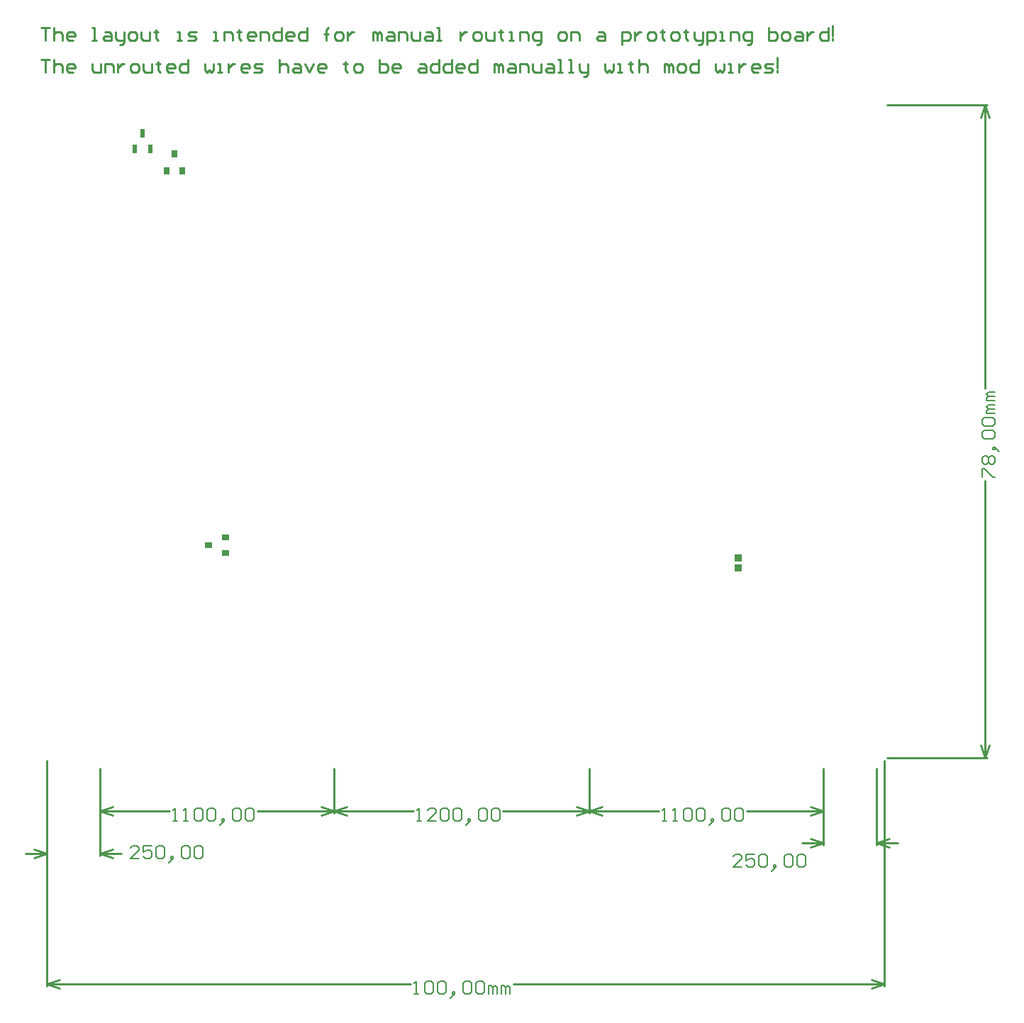
<source format=gbp>
G04 Layer_Color=16770453*
%FSLAX25Y25*%
%MOIN*%
G70*
G01*
G75*
%ADD14C,0.01000*%
%ADD15C,0.00600*%
%ADD37R,0.03543X0.03347*%
%ADD38R,0.02362X0.04331*%
%ADD39R,0.03150X0.03543*%
%ADD40R,0.03543X0.03150*%
D14*
X491201Y822199D02*
X495199Y822199D01*
X493200Y822199D01*
X493200Y816201D01*
X497199Y822199D02*
X497199Y816201D01*
X497199Y819200D01*
X498199Y820199D01*
X500198Y820199D01*
X501198Y819200D01*
X501198Y816201D01*
X506196Y816201D02*
X504197Y816201D01*
X503197Y817200D01*
X503197Y819200D01*
X504197Y820199D01*
X506196Y820199D01*
X507196Y819200D01*
X507196Y818200D01*
X503197Y818200D01*
X515193Y820199D02*
X515193Y817200D01*
X516193Y816201D01*
X519192Y816201D01*
X519192Y820199D01*
X521191Y816201D02*
X521191Y820199D01*
X524190Y820199D01*
X525190Y819200D01*
X525190Y816201D01*
X527189Y820199D02*
X527189Y816201D01*
X527189Y818200D01*
X528189Y819200D01*
X529188Y820199D01*
X530188Y820199D01*
X534187Y816201D02*
X536186Y816201D01*
X537186Y817200D01*
X537186Y819200D01*
X536186Y820199D01*
X534187Y820199D01*
X533187Y819200D01*
X533187Y817200D01*
X534187Y816201D01*
X539185Y820199D02*
X539185Y817200D01*
X540185Y816201D01*
X543184Y816201D01*
X543184Y820199D01*
X546183Y821199D02*
X546183Y820199D01*
X545183Y820199D01*
X547183Y820199D01*
X546183Y820199D01*
X546183Y817200D01*
X547183Y816201D01*
X553181Y816201D02*
X551181Y816201D01*
X550182Y817200D01*
X550182Y819200D01*
X551181Y820199D01*
X553181Y820199D01*
X554180Y819200D01*
X554180Y818200D01*
X550182Y818200D01*
X560179Y822199D02*
X560179Y816201D01*
X557179Y816201D01*
X556180Y817200D01*
X556180Y819200D01*
X557179Y820199D01*
X560179Y820199D01*
X568176Y820199D02*
X568176Y817200D01*
X569176Y816201D01*
X570175Y817200D01*
X571175Y816201D01*
X572175Y817200D01*
X572175Y820199D01*
X574174Y816201D02*
X576173Y816201D01*
X575174Y816201D01*
X575174Y820199D01*
X574174Y820199D01*
X579172Y820199D02*
X579172Y816201D01*
X579172Y818200D01*
X580172Y819200D01*
X581172Y820199D01*
X582171Y820199D01*
X588169Y816201D02*
X586170Y816201D01*
X585170Y817200D01*
X585170Y819200D01*
X586170Y820199D01*
X588169Y820199D01*
X589169Y819200D01*
X589169Y818200D01*
X585170Y818200D01*
X591168Y816201D02*
X594168Y816201D01*
X595167Y817200D01*
X594168Y818200D01*
X592168Y818200D01*
X591168Y819200D01*
X592168Y820199D01*
X595167Y820199D01*
X603165Y822199D02*
X603165Y816201D01*
X603165Y819200D01*
X604164Y820199D01*
X606164Y820199D01*
X607163Y819200D01*
X607163Y816201D01*
X610162Y820199D02*
X612162Y820199D01*
X613161Y819200D01*
X613161Y816201D01*
X610162Y816201D01*
X609163Y817200D01*
X610162Y818200D01*
X613161Y818200D01*
X615161Y820199D02*
X617160Y816201D01*
X619159Y820199D01*
X624158Y816201D02*
X622158Y816201D01*
X621159Y817200D01*
X621159Y819200D01*
X622158Y820199D01*
X624158Y820199D01*
X625157Y819200D01*
X625157Y818200D01*
X621159Y818200D01*
X634155Y821199D02*
X634155Y820199D01*
X633155Y820199D01*
X635154Y820199D01*
X634155Y820199D01*
X634155Y817200D01*
X635154Y816201D01*
X639153Y816201D02*
X641152Y816201D01*
X642152Y817200D01*
X642152Y819200D01*
X641152Y820199D01*
X639153Y820199D01*
X638153Y819200D01*
X638153Y817200D01*
X639153Y816201D01*
X650149Y822199D02*
X650149Y816201D01*
X653148Y816201D01*
X654148Y817200D01*
X654148Y818200D01*
X654148Y819200D01*
X653148Y820199D01*
X650149Y820199D01*
X659146Y816201D02*
X657147Y816201D01*
X656147Y817200D01*
X656147Y819200D01*
X657147Y820199D01*
X659146Y820199D01*
X660146Y819200D01*
X660146Y818200D01*
X656147Y818200D01*
X669143Y820199D02*
X671143Y820199D01*
X672142Y819200D01*
X672142Y816201D01*
X669143Y816201D01*
X668144Y817200D01*
X669143Y818200D01*
X672142Y818200D01*
X678140Y822199D02*
X678140Y816201D01*
X675141Y816201D01*
X674142Y817200D01*
X674142Y819200D01*
X675141Y820199D01*
X678140Y820199D01*
X684138Y822199D02*
X684138Y816201D01*
X681139Y816201D01*
X680140Y817200D01*
X680140Y819200D01*
X681139Y820199D01*
X684138Y820199D01*
X689137Y816201D02*
X687137Y816201D01*
X686138Y817200D01*
X686138Y819200D01*
X687137Y820199D01*
X689137Y820199D01*
X690136Y819200D01*
X690136Y818200D01*
X686138Y818200D01*
X696135Y822199D02*
X696135Y816201D01*
X693135Y816201D01*
X692136Y817200D01*
X692136Y819200D01*
X693135Y820199D01*
X696135Y820199D01*
X704132Y816201D02*
X704132Y820199D01*
X705132Y820199D01*
X706131Y819200D01*
X706131Y816201D01*
X706131Y819200D01*
X707131Y820199D01*
X708131Y819200D01*
X708131Y816201D01*
X711130Y820199D02*
X713129Y820199D01*
X714129Y819200D01*
X714129Y816201D01*
X711130Y816201D01*
X710130Y817200D01*
X711130Y818200D01*
X714129Y818200D01*
X716128Y816201D02*
X716128Y820199D01*
X719127Y820199D01*
X720127Y819200D01*
X720127Y816201D01*
X722126Y820199D02*
X722126Y817200D01*
X723126Y816201D01*
X726125Y816201D01*
X726125Y820199D01*
X729124Y820199D02*
X731123Y820199D01*
X732123Y819200D01*
X732123Y816201D01*
X729124Y816201D01*
X728124Y817200D01*
X729124Y818200D01*
X732123Y818200D01*
X734122Y816201D02*
X736122Y816201D01*
X735122Y816201D01*
X735122Y822199D01*
X734122Y822199D01*
X739121Y816201D02*
X741120Y816201D01*
X740120Y816201D01*
X740120Y822199D01*
X739121Y822199D01*
X744119Y820199D02*
X744119Y817200D01*
X745119Y816201D01*
X748118Y816201D01*
X748118Y815201D01*
X747118Y814201D01*
X746118Y814201D01*
X748118Y816201D02*
X748118Y820199D01*
X756115Y820199D02*
X756115Y817200D01*
X757115Y816201D01*
X758114Y817200D01*
X759114Y816201D01*
X760114Y817200D01*
X760114Y820199D01*
X762113Y816201D02*
X764113Y816201D01*
X763113Y816201D01*
X763113Y820199D01*
X762113Y820199D01*
X768111Y821199D02*
X768111Y820199D01*
X767111Y820199D01*
X769111Y820199D01*
X768111Y820199D01*
X768111Y817200D01*
X769111Y816201D01*
X772110Y822199D02*
X772110Y816201D01*
X772110Y819200D01*
X773110Y820199D01*
X775109Y820199D01*
X776109Y819200D01*
X776109Y816201D01*
X784106Y816201D02*
X784106Y820199D01*
X785106Y820199D01*
X786105Y819200D01*
X786105Y816201D01*
X786105Y819200D01*
X787105Y820199D01*
X788105Y819200D01*
X788105Y816201D01*
X791104Y816201D02*
X793103Y816201D01*
X794103Y817200D01*
X794103Y819200D01*
X793103Y820199D01*
X791104Y820199D01*
X790104Y819200D01*
X790104Y817200D01*
X791104Y816201D01*
X800101Y822199D02*
X800101Y816201D01*
X797102Y816201D01*
X796102Y817200D01*
X796102Y819200D01*
X797102Y820199D01*
X800101Y820199D01*
X808098Y820199D02*
X808098Y817200D01*
X809098Y816201D01*
X810098Y817200D01*
X811097Y816201D01*
X812097Y817200D01*
X812097Y820199D01*
X814096Y816201D02*
X816096Y816201D01*
X815096Y816201D01*
X815096Y820199D01*
X814096Y820199D01*
X819095Y820199D02*
X819095Y816201D01*
X819095Y818200D01*
X820094Y819200D01*
X821094Y820199D01*
X822094Y820199D01*
X828092Y816201D02*
X826092Y816201D01*
X825093Y817200D01*
X825093Y819200D01*
X826092Y820199D01*
X828092Y820199D01*
X829091Y819200D01*
X829091Y818200D01*
X825093Y818200D01*
X831091Y816201D02*
X834090Y816201D01*
X835089Y817200D01*
X834090Y818200D01*
X832090Y818200D01*
X831091Y819200D01*
X832090Y820199D01*
X835089Y820199D01*
X837089Y818200D02*
X837089Y823199D01*
X837089Y817200D02*
X837089Y816201D01*
X491201Y837199D02*
X495199Y837199D01*
X493200Y837199D01*
X493200Y831201D01*
X497199Y837199D02*
X497199Y831201D01*
X497199Y834200D01*
X498199Y835200D01*
X500198Y835200D01*
X501198Y834200D01*
X501198Y831201D01*
X506196Y831201D02*
X504197Y831201D01*
X503197Y832201D01*
X503197Y834200D01*
X504197Y835200D01*
X506196Y835200D01*
X507196Y834200D01*
X507196Y833200D01*
X503197Y833200D01*
X515193Y831201D02*
X517192Y831201D01*
X516193Y831201D01*
X516193Y837199D01*
X515193Y837199D01*
X521191Y835200D02*
X523190Y835200D01*
X524190Y834200D01*
X524190Y831201D01*
X521191Y831201D01*
X520191Y832201D01*
X521191Y833200D01*
X524190Y833200D01*
X526190Y835200D02*
X526190Y832201D01*
X527189Y831201D01*
X530188Y831201D01*
X530188Y830201D01*
X529188Y829201D01*
X528189Y829201D01*
X530188Y831201D02*
X530188Y835200D01*
X533187Y831201D02*
X535187Y831201D01*
X536186Y832201D01*
X536186Y834200D01*
X535187Y835200D01*
X533187Y835200D01*
X532188Y834200D01*
X532188Y832201D01*
X533187Y831201D01*
X538186Y835200D02*
X538186Y832201D01*
X539185Y831201D01*
X542184Y831201D01*
X542184Y835200D01*
X545183Y836199D02*
X545183Y835200D01*
X544184Y835200D01*
X546183Y835200D01*
X545183Y835200D01*
X545183Y832201D01*
X546183Y831201D01*
X555180Y831201D02*
X557179Y831201D01*
X556180Y831201D01*
X556180Y835200D01*
X555180Y835200D01*
X560179Y831201D02*
X563177Y831201D01*
X564177Y832201D01*
X563177Y833200D01*
X561178Y833200D01*
X560179Y834200D01*
X561178Y835200D01*
X564177Y835200D01*
X572175Y831201D02*
X574174Y831201D01*
X573174Y831201D01*
X573174Y835200D01*
X572175Y835200D01*
X577173Y831201D02*
X577173Y835200D01*
X580172Y835200D01*
X581172Y834200D01*
X581172Y831201D01*
X584171Y836199D02*
X584171Y835200D01*
X583171Y835200D01*
X585170Y835200D01*
X584171Y835200D01*
X584171Y832201D01*
X585170Y831201D01*
X591168Y831201D02*
X589169Y831201D01*
X588169Y832201D01*
X588169Y834200D01*
X589169Y835200D01*
X591168Y835200D01*
X592168Y834200D01*
X592168Y833200D01*
X588169Y833200D01*
X594168Y831201D02*
X594168Y835200D01*
X597166Y835200D01*
X598166Y834200D01*
X598166Y831201D01*
X604164Y837199D02*
X604164Y831201D01*
X601165Y831201D01*
X600166Y832201D01*
X600166Y834200D01*
X601165Y835200D01*
X604164Y835200D01*
X609163Y831201D02*
X607163Y831201D01*
X606164Y832201D01*
X606164Y834200D01*
X607163Y835200D01*
X609163Y835200D01*
X610162Y834200D01*
X610162Y833200D01*
X606164Y833200D01*
X616160Y837199D02*
X616160Y831201D01*
X613161Y831201D01*
X612162Y832201D01*
X612162Y834200D01*
X613161Y835200D01*
X616160Y835200D01*
X625157Y831201D02*
X625157Y836199D01*
X625157Y834200D01*
X624158Y834200D01*
X626157Y834200D01*
X625157Y834200D01*
X625157Y836199D01*
X626157Y837199D01*
X630156Y831201D02*
X632155Y831201D01*
X633155Y832201D01*
X633155Y834200D01*
X632155Y835200D01*
X630156Y835200D01*
X629156Y834200D01*
X629156Y832201D01*
X630156Y831201D01*
X635154Y835200D02*
X635154Y831201D01*
X635154Y833200D01*
X636154Y834200D01*
X637154Y835200D01*
X638153Y835200D01*
X647150Y831201D02*
X647150Y835200D01*
X648150Y835200D01*
X649150Y834200D01*
X649150Y831201D01*
X649150Y834200D01*
X650149Y835200D01*
X651149Y834200D01*
X651149Y831201D01*
X654148Y835200D02*
X656147Y835200D01*
X657147Y834200D01*
X657147Y831201D01*
X654148Y831201D01*
X653148Y832201D01*
X654148Y833200D01*
X657147Y833200D01*
X659146Y831201D02*
X659146Y835200D01*
X662146Y835200D01*
X663145Y834200D01*
X663145Y831201D01*
X665144Y835200D02*
X665144Y832201D01*
X666144Y831201D01*
X669143Y831201D01*
X669143Y835200D01*
X672142Y835200D02*
X674142Y835200D01*
X675141Y834200D01*
X675141Y831201D01*
X672142Y831201D01*
X671143Y832201D01*
X672142Y833200D01*
X675141Y833200D01*
X677141Y831201D02*
X679140Y831201D01*
X678140Y831201D01*
X678140Y837199D01*
X677141Y837199D01*
X688137Y835200D02*
X688137Y831201D01*
X688137Y833200D01*
X689137Y834200D01*
X690136Y835200D01*
X691136Y835200D01*
X695135Y831201D02*
X697134Y831201D01*
X698134Y832201D01*
X698134Y834200D01*
X697134Y835200D01*
X695135Y835200D01*
X694135Y834200D01*
X694135Y832201D01*
X695135Y831201D01*
X700133Y835200D02*
X700133Y832201D01*
X701133Y831201D01*
X704132Y831201D01*
X704132Y835200D01*
X707131Y836199D02*
X707131Y835200D01*
X706131Y835200D01*
X708131Y835200D01*
X707131Y835200D01*
X707131Y832201D01*
X708131Y831201D01*
X711130Y831201D02*
X713129Y831201D01*
X712129Y831201D01*
X712129Y835200D01*
X711130Y835200D01*
X716128Y831201D02*
X716128Y835200D01*
X719127Y835200D01*
X720127Y834200D01*
X720127Y831201D01*
X724125Y829201D02*
X725125Y829201D01*
X726125Y830201D01*
X726125Y835200D01*
X723126Y835200D01*
X722126Y834200D01*
X722126Y832201D01*
X723126Y831201D01*
X726125Y831201D01*
X735122Y831201D02*
X737121Y831201D01*
X738121Y832201D01*
X738121Y834200D01*
X737121Y835200D01*
X735122Y835200D01*
X734122Y834200D01*
X734122Y832201D01*
X735122Y831201D01*
X740120Y831201D02*
X740120Y835200D01*
X743119Y835200D01*
X744119Y834200D01*
X744119Y831201D01*
X753116Y835200D02*
X755115Y835200D01*
X756115Y834200D01*
X756115Y831201D01*
X753116Y831201D01*
X752116Y832201D01*
X753116Y833200D01*
X756115Y833200D01*
X764113Y829201D02*
X764113Y835200D01*
X767111Y835200D01*
X768111Y834200D01*
X768111Y832201D01*
X767111Y831201D01*
X764113Y831201D01*
X770111Y835200D02*
X770111Y831201D01*
X770111Y833200D01*
X771110Y834200D01*
X772110Y835200D01*
X773110Y835200D01*
X777108Y831201D02*
X779108Y831201D01*
X780107Y832201D01*
X780107Y834200D01*
X779108Y835200D01*
X777108Y835200D01*
X776109Y834200D01*
X776109Y832201D01*
X777108Y831201D01*
X783106Y836199D02*
X783106Y835200D01*
X782107Y835200D01*
X784106Y835200D01*
X783106Y835200D01*
X783106Y832201D01*
X784106Y831201D01*
X788105Y831201D02*
X790104Y831201D01*
X791104Y832201D01*
X791104Y834200D01*
X790104Y835200D01*
X788105Y835200D01*
X787105Y834200D01*
X787105Y832201D01*
X788105Y831201D01*
X794103Y836199D02*
X794103Y835200D01*
X793103Y835200D01*
X795103Y835200D01*
X794103Y835200D01*
X794103Y832201D01*
X795103Y831201D01*
X798102Y835200D02*
X798102Y832201D01*
X799101Y831201D01*
X802100Y831201D01*
X802100Y830201D01*
X801101Y829201D01*
X800101Y829201D01*
X802100Y831201D02*
X802100Y835200D01*
X804099Y829201D02*
X804099Y835200D01*
X807099Y835200D01*
X808098Y834200D01*
X808098Y832201D01*
X807099Y831201D01*
X804099Y831201D01*
X810098Y831201D02*
X812097Y831201D01*
X811097Y831201D01*
X811097Y835200D01*
X810098Y835200D01*
X815096Y831201D02*
X815096Y835200D01*
X818095Y835200D01*
X819095Y834200D01*
X819095Y831201D01*
X823093Y829201D02*
X824093Y829201D01*
X825093Y830201D01*
X825093Y835200D01*
X822094Y835200D01*
X821094Y834200D01*
X821094Y832201D01*
X822094Y831201D01*
X825093Y831201D01*
X833090Y837199D02*
X833090Y831201D01*
X836089Y831201D01*
X837089Y832201D01*
X837089Y833200D01*
X837089Y834200D01*
X836089Y835200D01*
X833090Y835200D01*
X840088Y831201D02*
X842087Y831201D01*
X843087Y832201D01*
X843087Y834200D01*
X842087Y835200D01*
X840088Y835200D01*
X839088Y834200D01*
X839088Y832201D01*
X840088Y831201D01*
X846086Y835200D02*
X848085Y835200D01*
X849085Y834200D01*
X849085Y831201D01*
X846086Y831201D01*
X845086Y832201D01*
X846086Y833200D01*
X849085Y833200D01*
X851084Y835200D02*
X851084Y831201D01*
X851084Y833200D01*
X852084Y834200D01*
X853084Y835200D01*
X854083Y835200D01*
X861081Y837199D02*
X861081Y831201D01*
X858082Y831201D01*
X857082Y832201D01*
X857082Y834200D01*
X858082Y835200D01*
X861081Y835200D01*
X863081Y833200D02*
X863081Y838198D01*
X863081Y832201D02*
X863081Y831201D01*
X888795Y800787D02*
X935646Y800787D01*
X888795Y493701D02*
X935646Y493701D01*
X934646Y667238D02*
X934646Y800787D01*
X934646Y493701D02*
X934646Y624051D01*
X932646Y794787D02*
X934646Y800787D01*
X936646Y794787D01*
X934646Y493701D02*
X936646Y499701D01*
X932646Y499701D02*
X934646Y493701D01*
X887402Y386402D02*
X887402Y492307D01*
X493701Y386402D02*
X493701Y492307D01*
X713044Y387402D02*
X887402Y387402D01*
X493701Y387402D02*
X664858Y387402D01*
X881402Y389402D02*
X887402Y387402D01*
X881402Y385402D02*
X887402Y387402D01*
X493701Y387402D02*
X499701Y385402D01*
X493701Y387402D02*
X499701Y389402D01*
X858701Y452701D02*
X858701Y488701D01*
X883701Y452701D02*
X883701Y488701D01*
X883701Y453701D02*
X893701Y453701D01*
X848701Y453701D02*
X858701Y453701D01*
X883701Y453701D02*
X889701Y451701D01*
X883701Y453701D02*
X889701Y455701D01*
X852701Y455701D02*
X858701Y453701D01*
X852701Y451701D02*
X858701Y453701D01*
X518701Y447701D02*
X518701Y488701D01*
X493701Y447701D02*
X493701Y488701D01*
X483701Y448701D02*
X493701Y448701D01*
X518701Y448701D02*
X528701Y448701D01*
X487701Y450701D02*
X493701Y448701D01*
X487701Y446701D02*
X493701Y448701D01*
X518701Y448701D02*
X524701Y446701D01*
X518701Y448701D02*
X524701Y450701D01*
X858701Y467701D02*
X858701Y488701D01*
X748701Y467701D02*
X748701Y488701D01*
X822695Y468701D02*
X858701Y468701D01*
X748701Y468701D02*
X781507Y468701D01*
X852701Y470701D02*
X858701Y468701D01*
X852701Y466701D02*
X858701Y468701D01*
X748701Y468701D02*
X754701Y466701D01*
X748701Y468701D02*
X754701Y470701D01*
X748701Y467701D02*
X748701Y488701D01*
X628701Y467701D02*
X628701Y488701D01*
X708194Y468701D02*
X748701Y468701D01*
X628701Y468701D02*
X666007Y468701D01*
X742701Y470701D02*
X748701Y468701D01*
X742701Y466701D02*
X748701Y468701D01*
X628701Y468701D02*
X634701Y466701D01*
X628701Y468701D02*
X634701Y470701D01*
X628701Y467701D02*
X628701Y488701D01*
X518701Y467701D02*
X518701Y488701D01*
X592695Y468701D02*
X628701Y468701D01*
X518701Y468701D02*
X551507Y468701D01*
X622701Y470701D02*
X628701Y468701D01*
X622701Y466701D02*
X628701Y468701D01*
X518701Y468701D02*
X524701Y466701D01*
X518701Y468701D02*
X524701Y470701D01*
D15*
X933246Y625651D02*
X933246Y629649D01*
X934246Y629649D01*
X938245Y625651D01*
X939244Y625651D01*
X934246Y631649D02*
X933246Y632648D01*
X933246Y634648D01*
X934246Y635647D01*
X935246Y635647D01*
X936245Y634648D01*
X937245Y635647D01*
X938245Y635647D01*
X939244Y634648D01*
X939244Y632648D01*
X938245Y631649D01*
X937245Y631649D01*
X936245Y632648D01*
X935246Y631649D01*
X934246Y631649D01*
X936245Y632648D02*
X936245Y634648D01*
X940244Y638646D02*
X939244Y639646D01*
X938245Y639646D01*
X938245Y638646D01*
X939244Y638646D01*
X939244Y639646D01*
X940244Y638646D01*
X941244Y637647D01*
X934246Y643645D02*
X933246Y644644D01*
X933246Y646644D01*
X934246Y647644D01*
X938245Y647644D01*
X939244Y646644D01*
X939244Y644644D01*
X938245Y643645D01*
X934246Y643645D01*
X934246Y649643D02*
X933246Y650642D01*
X933246Y652642D01*
X934246Y653642D01*
X938245Y653642D01*
X939244Y652642D01*
X939244Y650642D01*
X938245Y649643D01*
X934246Y649643D01*
X939244Y655641D02*
X935246Y655641D01*
X935246Y656640D01*
X936245Y657640D01*
X939244Y657640D01*
X936245Y657640D01*
X935246Y658640D01*
X936245Y659640D01*
X939244Y659640D01*
X939244Y661639D02*
X935246Y661639D01*
X935246Y662639D01*
X936245Y663638D01*
X939244Y663638D01*
X936245Y663638D01*
X935246Y664638D01*
X936245Y665638D01*
X939244Y665638D01*
X666459Y382803D02*
X668458Y382803D01*
X667458Y382803D01*
X667458Y388801D01*
X666459Y387801D01*
X671457Y387801D02*
X672457Y388801D01*
X674456Y388801D01*
X675456Y387801D01*
X675456Y383803D01*
X674456Y382803D01*
X672457Y382803D01*
X671457Y383803D01*
X671457Y387801D01*
X677455Y387801D02*
X678455Y388801D01*
X680454Y388801D01*
X681454Y387801D01*
X681454Y383803D01*
X680454Y382803D01*
X678455Y382803D01*
X677455Y383803D01*
X677455Y387801D01*
X684453Y381803D02*
X685452Y382803D01*
X685452Y383803D01*
X684453Y383803D01*
X684453Y382803D01*
X685452Y382803D01*
X684453Y381803D01*
X683453Y380803D01*
X689451Y387801D02*
X690451Y388801D01*
X692450Y388801D01*
X693450Y387801D01*
X693450Y383803D01*
X692450Y382803D01*
X690451Y382803D01*
X689451Y383803D01*
X689451Y387801D01*
X695449Y387801D02*
X696449Y388801D01*
X698448Y388801D01*
X699448Y387801D01*
X699448Y383803D01*
X698448Y382803D01*
X696449Y382803D01*
X695449Y383803D01*
X695449Y387801D01*
X701447Y382803D02*
X701447Y386802D01*
X702447Y386802D01*
X703446Y385802D01*
X703446Y382803D01*
X703446Y385802D01*
X704446Y386802D01*
X705446Y385802D01*
X705446Y382803D01*
X707445Y382803D02*
X707445Y386802D01*
X708445Y386802D01*
X709445Y385802D01*
X709445Y382803D01*
X709445Y385802D01*
X710444Y386802D01*
X711444Y385802D01*
X711444Y382803D01*
X820534Y442520D02*
X816535Y442520D01*
X820534Y446518D01*
X820534Y447518D01*
X819534Y448518D01*
X817535Y448518D01*
X816535Y447518D01*
X826532Y448518D02*
X822534Y448518D01*
X822534Y445519D01*
X824533Y446518D01*
X825533Y446518D01*
X826532Y445519D01*
X826532Y443519D01*
X825533Y442520D01*
X823533Y442520D01*
X822534Y443519D01*
X828532Y447518D02*
X829531Y448518D01*
X831531Y448518D01*
X832530Y447518D01*
X832530Y443519D01*
X831531Y442520D01*
X829531Y442520D01*
X828532Y443519D01*
X828532Y447518D01*
X835529Y441520D02*
X836529Y442520D01*
X836529Y443519D01*
X835529Y443519D01*
X835529Y442520D01*
X836529Y442520D01*
X835529Y441520D01*
X834530Y440520D01*
X840528Y447518D02*
X841527Y448518D01*
X843527Y448518D01*
X844526Y447518D01*
X844526Y443519D01*
X843527Y442520D01*
X841527Y442520D01*
X840528Y443519D01*
X840528Y447518D01*
X846526Y447518D02*
X847525Y448518D01*
X849525Y448518D01*
X850525Y447518D01*
X850525Y443519D01*
X849525Y442520D01*
X847525Y442520D01*
X846526Y443519D01*
X846526Y447518D01*
X537070Y446457D02*
X533071Y446457D01*
X537070Y450455D01*
X537070Y451455D01*
X536070Y452455D01*
X534071Y452455D01*
X533071Y451455D01*
X543068Y452455D02*
X539069Y452455D01*
X539069Y449456D01*
X541068Y450455D01*
X542068Y450455D01*
X543068Y449456D01*
X543068Y447456D01*
X542068Y446457D01*
X540069Y446457D01*
X539069Y447456D01*
X545067Y451455D02*
X546067Y452455D01*
X548066Y452455D01*
X549066Y451455D01*
X549066Y447456D01*
X548066Y446457D01*
X546067Y446457D01*
X545067Y447456D01*
X545067Y451455D01*
X552065Y445457D02*
X553064Y446457D01*
X553064Y447456D01*
X552065Y447456D01*
X552065Y446457D01*
X553064Y446457D01*
X552065Y445457D01*
X551065Y444457D01*
X557063Y451455D02*
X558063Y452455D01*
X560062Y452455D01*
X561062Y451455D01*
X561062Y447456D01*
X560062Y446457D01*
X558063Y446457D01*
X557063Y447456D01*
X557063Y451455D01*
X563061Y451455D02*
X564061Y452455D01*
X566060Y452455D01*
X567060Y451455D01*
X567060Y447456D01*
X566060Y446457D01*
X564061Y446457D01*
X563061Y447456D01*
X563061Y451455D01*
X783107Y464102D02*
X785106Y464102D01*
X784107Y464102D01*
X784107Y470100D01*
X783107Y469101D01*
X788105Y464102D02*
X790105Y464102D01*
X789105Y464102D01*
X789105Y470100D01*
X788105Y469101D01*
X793104Y469101D02*
X794103Y470100D01*
X796103Y470100D01*
X797102Y469101D01*
X797102Y465102D01*
X796103Y464102D01*
X794103Y464102D01*
X793104Y465102D01*
X793104Y469101D01*
X799102Y469101D02*
X800101Y470100D01*
X802101Y470100D01*
X803100Y469101D01*
X803100Y465102D01*
X802101Y464102D01*
X800101Y464102D01*
X799102Y465102D01*
X799102Y469101D01*
X806100Y463102D02*
X807099Y464102D01*
X807099Y465102D01*
X806100Y465102D01*
X806100Y464102D01*
X807099Y464102D01*
X806100Y463102D01*
X805100Y462103D01*
X811098Y469101D02*
X812097Y470100D01*
X814097Y470100D01*
X815097Y469101D01*
X815097Y465102D01*
X814097Y464102D01*
X812097Y464102D01*
X811098Y465102D01*
X811098Y469101D01*
X817096Y469101D02*
X818096Y470100D01*
X820095Y470100D01*
X821095Y469101D01*
X821095Y465102D01*
X820095Y464102D01*
X818096Y464102D01*
X817096Y465102D01*
X817096Y469101D01*
X667607Y464102D02*
X669606Y464102D01*
X668607Y464102D01*
X668607Y470100D01*
X667607Y469101D01*
X676604Y464102D02*
X672606Y464102D01*
X676604Y468101D01*
X676604Y469101D01*
X675604Y470100D01*
X673605Y470100D01*
X672606Y469101D01*
X678604Y469101D02*
X679603Y470100D01*
X681603Y470100D01*
X682602Y469101D01*
X682602Y465102D01*
X681603Y464102D01*
X679603Y464102D01*
X678604Y465102D01*
X678604Y469101D01*
X684602Y469101D02*
X685601Y470100D01*
X687601Y470100D01*
X688600Y469101D01*
X688600Y465102D01*
X687601Y464102D01*
X685601Y464102D01*
X684602Y465102D01*
X684602Y469101D01*
X691599Y463102D02*
X692599Y464102D01*
X692599Y465102D01*
X691599Y465102D01*
X691599Y464102D01*
X692599Y464102D01*
X691599Y463102D01*
X690600Y462103D01*
X696598Y469101D02*
X697597Y470100D01*
X699597Y470100D01*
X700596Y469101D01*
X700596Y465102D01*
X699597Y464102D01*
X697597Y464102D01*
X696598Y465102D01*
X696598Y469101D01*
X702596Y469101D02*
X703595Y470100D01*
X705595Y470100D01*
X706595Y469101D01*
X706595Y465102D01*
X705595Y464102D01*
X703595Y464102D01*
X702596Y465102D01*
X702596Y469101D01*
X553107Y464102D02*
X555106Y464102D01*
X554107Y464102D01*
X554107Y470100D01*
X553107Y469101D01*
X558105Y464102D02*
X560105Y464102D01*
X559105Y464102D01*
X559105Y470100D01*
X558105Y469101D01*
X563104Y469101D02*
X564103Y470100D01*
X566103Y470100D01*
X567102Y469101D01*
X567102Y465102D01*
X566103Y464102D01*
X564103Y464102D01*
X563104Y465102D01*
X563104Y469101D01*
X569102Y469101D02*
X570101Y470100D01*
X572101Y470100D01*
X573101Y469101D01*
X573101Y465102D01*
X572101Y464102D01*
X570101Y464102D01*
X569102Y465102D01*
X569102Y469101D01*
X576099Y463102D02*
X577099Y464102D01*
X577099Y465102D01*
X576099Y465102D01*
X576099Y464102D01*
X577099Y464102D01*
X576099Y463102D01*
X575100Y462103D01*
X581098Y469101D02*
X582097Y470100D01*
X584097Y470100D01*
X585097Y469101D01*
X585097Y465102D01*
X584097Y464102D01*
X582097Y464102D01*
X581098Y465102D01*
X581098Y469101D01*
X587096Y469101D02*
X588096Y470100D01*
X590095Y470100D01*
X591095Y469101D01*
X591095Y465102D01*
X590095Y464102D01*
X588096Y464102D01*
X587096Y465102D01*
X587096Y469101D01*
D37*
X818701Y583201D02*
D03*
X818701Y587701D02*
D03*
D38*
X542441Y780158D02*
D03*
X534961Y780158D02*
D03*
X538701Y787244D02*
D03*
D39*
X557441Y769764D02*
D03*
X549961Y769764D02*
D03*
X553701Y777638D02*
D03*
D40*
X577638Y597441D02*
D03*
X577638Y589961D02*
D03*
X569764Y593701D02*
D03*
M02*

</source>
